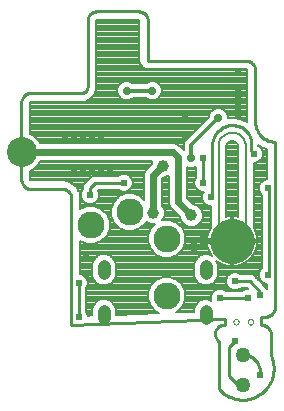
<source format=gbl>
G75*
G70*
%OFA0B0*%
%FSLAX24Y24*%
%IPPOS*%
%LPD*%
%AMOC8*
5,1,8,0,0,1.08239X$1,22.5*
%
%ADD10C,0.0050*%
%ADD11C,0.0100*%
%ADD12C,0.0000*%
%ADD13C,0.0004*%
%ADD14C,0.0433*%
%ADD15C,0.0900*%
%ADD16C,0.0500*%
%ADD17C,0.1000*%
%ADD18C,0.1400*%
%ADD19C,0.0080*%
%ADD20C,0.0240*%
%ADD21C,0.1500*%
%ADD22C,0.0200*%
%ADD23C,0.0390*%
%ADD24C,0.0240*%
%ADD25C,0.0280*%
%ADD26C,0.0140*%
D10*
X007158Y005886D02*
X007158Y008596D01*
X007160Y008637D01*
X007165Y008677D01*
X007174Y008717D01*
X007187Y008756D01*
X007203Y008793D01*
X007222Y008829D01*
X007245Y008863D01*
X007270Y008895D01*
X007299Y008925D01*
X007329Y008952D01*
X007362Y008976D01*
X007397Y008997D01*
X007434Y009014D01*
X007472Y009029D01*
X007512Y009040D01*
X007552Y009047D01*
X007593Y009051D01*
X007633Y009051D01*
X007674Y009047D01*
X007714Y009040D01*
X007754Y009029D01*
X007792Y009014D01*
X007829Y008997D01*
X007864Y008976D01*
X007897Y008952D01*
X007927Y008925D01*
X007956Y008895D01*
X007981Y008863D01*
X008004Y008829D01*
X008023Y008793D01*
X008039Y008756D01*
X008052Y008717D01*
X008061Y008677D01*
X008066Y008637D01*
X008068Y008596D01*
X008068Y005886D01*
X008066Y005845D01*
X008061Y005805D01*
X008052Y005765D01*
X008039Y005726D01*
X008023Y005689D01*
X008004Y005653D01*
X007981Y005619D01*
X007956Y005587D01*
X007927Y005557D01*
X007897Y005530D01*
X007864Y005506D01*
X007829Y005485D01*
X007792Y005468D01*
X007754Y005453D01*
X007714Y005442D01*
X007674Y005435D01*
X007633Y005431D01*
X007593Y005431D01*
X007552Y005435D01*
X007512Y005442D01*
X007472Y005453D01*
X007434Y005468D01*
X007397Y005485D01*
X007362Y005506D01*
X007329Y005530D01*
X007299Y005557D01*
X007270Y005587D01*
X007245Y005619D01*
X007222Y005653D01*
X007203Y005689D01*
X007187Y005726D01*
X007174Y005765D01*
X007165Y005805D01*
X007160Y005845D01*
X007158Y005886D01*
D11*
X007364Y002832D02*
X002254Y002646D01*
X002254Y006898D01*
X002248Y006931D01*
X002239Y006963D01*
X002226Y006994D01*
X002210Y007023D01*
X002192Y007050D01*
X002170Y007076D01*
X002146Y007099D01*
X002120Y007119D01*
X002092Y007137D01*
X002062Y007151D01*
X002031Y007162D01*
X001999Y007170D01*
X001966Y007175D01*
X001933Y007176D01*
X001900Y007174D01*
X001899Y007174D02*
X000904Y007174D01*
X000871Y007176D01*
X000839Y007181D01*
X000807Y007189D01*
X000776Y007201D01*
X000747Y007216D01*
X000719Y007234D01*
X000693Y007255D01*
X000670Y007278D01*
X000649Y007304D01*
X000631Y007331D01*
X000616Y007361D01*
X000604Y007392D01*
X000596Y007424D01*
X000591Y007456D01*
X000589Y007489D01*
X000589Y010062D01*
X000591Y010095D01*
X000596Y010127D01*
X000604Y010159D01*
X000616Y010190D01*
X000631Y010219D01*
X000649Y010247D01*
X000670Y010273D01*
X000693Y010296D01*
X000719Y010317D01*
X000747Y010335D01*
X000776Y010350D01*
X000807Y010362D01*
X000839Y010370D01*
X000871Y010375D01*
X000904Y010377D01*
X002595Y010377D01*
X002595Y010376D02*
X002621Y010378D01*
X002646Y010383D01*
X002670Y010391D01*
X002693Y010402D01*
X002715Y010417D01*
X002734Y010434D01*
X002751Y010453D01*
X002766Y010474D01*
X002777Y010498D01*
X002785Y010522D01*
X002790Y010547D01*
X002792Y010573D01*
X002792Y012782D01*
X002794Y012815D01*
X002799Y012847D01*
X002807Y012879D01*
X002819Y012910D01*
X002834Y012939D01*
X002852Y012967D01*
X002873Y012993D01*
X002896Y013016D01*
X002922Y013037D01*
X002950Y013055D01*
X002979Y013070D01*
X003010Y013082D01*
X003042Y013090D01*
X003074Y013095D01*
X003107Y013097D01*
X004489Y013097D01*
X004522Y013095D01*
X004554Y013090D01*
X004586Y013082D01*
X004617Y013070D01*
X004646Y013055D01*
X004674Y013037D01*
X004700Y013016D01*
X004723Y012993D01*
X004744Y012967D01*
X004762Y012939D01*
X004777Y012910D01*
X004789Y012879D01*
X004797Y012847D01*
X004802Y012815D01*
X004804Y012782D01*
X004804Y011456D01*
X008073Y011456D01*
X008073Y011455D02*
X008108Y011452D01*
X008142Y011444D01*
X008175Y011433D01*
X008207Y011419D01*
X008237Y011401D01*
X008265Y011380D01*
X008291Y011356D01*
X008315Y011330D01*
X008335Y011302D01*
X008352Y011271D01*
X008367Y011239D01*
X008377Y011206D01*
X008384Y011171D01*
X008388Y011136D01*
X008387Y011101D01*
X008388Y011101D02*
X008388Y009382D01*
X008250Y008646D02*
X008250Y008446D01*
X008350Y008346D01*
X009057Y008752D02*
X009057Y003294D01*
X009055Y003255D01*
X009049Y003217D01*
X009040Y003180D01*
X009027Y003143D01*
X009010Y003108D01*
X008991Y003075D01*
X008968Y003044D01*
X008942Y003015D01*
X008913Y002989D01*
X008882Y002966D01*
X008849Y002947D01*
X008814Y002930D01*
X008777Y002917D01*
X008740Y002908D01*
X008702Y002902D01*
X008663Y002900D01*
X008663Y002901D02*
X008585Y002901D01*
X008585Y002646D01*
X008618Y002644D01*
X008650Y002639D01*
X008682Y002631D01*
X008713Y002619D01*
X008742Y002604D01*
X008770Y002586D01*
X008796Y002565D01*
X008819Y002542D01*
X008840Y002516D01*
X008858Y002488D01*
X008873Y002459D01*
X008885Y002428D01*
X008893Y002396D01*
X008898Y002364D01*
X008900Y002331D01*
X008900Y001623D01*
X008533Y001100D02*
X008533Y000980D01*
X008533Y001100D02*
X008531Y001145D01*
X008526Y001190D01*
X008516Y001234D01*
X008503Y001277D01*
X008487Y001319D01*
X008467Y001360D01*
X008444Y001399D01*
X008418Y001435D01*
X008389Y001470D01*
X008357Y001502D01*
X008322Y001531D01*
X008286Y001557D01*
X008247Y001580D01*
X008206Y001600D01*
X008164Y001616D01*
X008121Y001629D01*
X008077Y001639D01*
X008032Y001644D01*
X007987Y001646D01*
X007700Y002096D02*
X007500Y001896D01*
X007500Y000946D01*
X007800Y000646D01*
X007987Y000646D01*
X007167Y000520D02*
X007209Y000473D01*
X007254Y000428D01*
X007302Y000387D01*
X007352Y000348D01*
X007405Y000312D01*
X007459Y000280D01*
X007516Y000251D01*
X007574Y000225D01*
X007633Y000203D01*
X007694Y000185D01*
X007756Y000170D01*
X007819Y000160D01*
X007882Y000153D01*
X007945Y000150D01*
X008009Y000151D01*
X008072Y000156D01*
X008135Y000165D01*
X008197Y000177D01*
X008258Y000194D01*
X008318Y000214D01*
X008377Y000237D01*
X008435Y000265D01*
X008490Y000295D01*
X008544Y000329D01*
X008595Y000367D01*
X008644Y000407D01*
X008690Y000450D01*
X008734Y000496D01*
X008775Y000545D01*
X008813Y000596D01*
X008847Y000649D01*
X008878Y000705D01*
X008906Y000762D01*
X008930Y000820D01*
X008951Y000880D01*
X008968Y000942D01*
X008981Y001004D01*
X008990Y001066D01*
X008995Y001130D01*
X008997Y001193D01*
X008995Y001257D01*
X008988Y001320D01*
X008978Y001382D01*
X008964Y001444D01*
X008947Y001505D01*
X008925Y001565D01*
X008900Y001623D01*
X008550Y003646D02*
X008550Y003746D01*
X008200Y004096D01*
X007700Y004096D01*
X008150Y003546D02*
X007200Y003546D01*
X007364Y002832D02*
X007364Y002646D01*
X007330Y002647D01*
X007296Y002644D01*
X007262Y002637D01*
X007229Y002626D01*
X007198Y002611D01*
X007169Y002593D01*
X007142Y002572D01*
X007117Y002548D01*
X007096Y002522D01*
X007077Y002493D01*
X007062Y002462D01*
X007050Y002430D01*
X007043Y002396D01*
X007039Y002362D01*
X007038Y002328D01*
X007042Y002293D01*
X007050Y002260D01*
X007061Y002228D01*
X007076Y002197D01*
X007095Y002168D01*
X007116Y002141D01*
X007141Y002117D01*
X007168Y002096D01*
X007167Y002095D02*
X007167Y000520D01*
X008800Y004296D02*
X008850Y004346D01*
X008850Y007146D01*
X008800Y007196D01*
X006950Y008596D02*
X006948Y008645D01*
X006950Y008693D01*
X006955Y008742D01*
X006964Y008790D01*
X006977Y008837D01*
X006993Y008883D01*
X007012Y008928D01*
X007035Y008971D01*
X007061Y009012D01*
X007089Y009052D01*
X007121Y009089D01*
X007156Y009123D01*
X007192Y009155D01*
X007232Y009184D01*
X007273Y009210D01*
X007316Y009233D01*
X007361Y009252D01*
X007407Y009269D01*
X007454Y009281D01*
X007502Y009291D01*
X007550Y009296D01*
X007700Y009296D01*
X007747Y009290D01*
X007793Y009281D01*
X007839Y009268D01*
X007883Y009251D01*
X007926Y009231D01*
X007967Y009208D01*
X008006Y009181D01*
X008043Y009152D01*
X008078Y009120D01*
X008110Y009085D01*
X008139Y009048D01*
X008165Y009008D01*
X008188Y008967D01*
X008207Y008924D01*
X008223Y008879D01*
X008236Y008834D01*
X008245Y008787D01*
X008250Y008740D01*
X008252Y008693D01*
X008250Y008646D01*
X008387Y009381D02*
X008391Y009333D01*
X008397Y009285D01*
X008408Y009237D01*
X008422Y009191D01*
X008439Y009145D01*
X008460Y009101D01*
X008484Y009059D01*
X008511Y009019D01*
X008541Y008981D01*
X008574Y008945D01*
X008610Y008911D01*
X008647Y008881D01*
X008687Y008853D01*
X008729Y008828D01*
X008773Y008807D01*
X008818Y008789D01*
X008864Y008774D01*
X008912Y008763D01*
X008960Y008756D01*
X009008Y008752D01*
X009057Y008751D01*
X006950Y008596D02*
X006950Y006946D01*
X006900Y006896D01*
X006650Y007381D02*
X006650Y008221D01*
X004000Y007381D02*
X003035Y007381D01*
X002875Y007221D01*
X002875Y006971D01*
X002500Y004046D02*
X002500Y002896D01*
D12*
X007650Y002746D02*
X007652Y002765D01*
X007658Y002783D01*
X007667Y002799D01*
X007680Y002813D01*
X007695Y002824D01*
X007712Y002832D01*
X007731Y002836D01*
X007749Y002836D01*
X007768Y002832D01*
X007785Y002824D01*
X007800Y002813D01*
X007813Y002799D01*
X007822Y002783D01*
X007828Y002765D01*
X007830Y002746D01*
X007828Y002727D01*
X007822Y002709D01*
X007813Y002693D01*
X007800Y002679D01*
X007785Y002668D01*
X007768Y002660D01*
X007749Y002656D01*
X007731Y002656D01*
X007712Y002660D01*
X007695Y002668D01*
X007680Y002679D01*
X007667Y002693D01*
X007658Y002709D01*
X007652Y002727D01*
X007650Y002746D01*
X008130Y002746D02*
X008132Y002765D01*
X008138Y002783D01*
X008147Y002799D01*
X008160Y002813D01*
X008175Y002824D01*
X008192Y002832D01*
X008211Y002836D01*
X008229Y002836D01*
X008248Y002832D01*
X008265Y002824D01*
X008280Y002813D01*
X008293Y002799D01*
X008302Y002783D01*
X008308Y002765D01*
X008310Y002746D01*
X008308Y002727D01*
X008302Y002709D01*
X008293Y002693D01*
X008280Y002679D01*
X008265Y002668D01*
X008248Y002660D01*
X008229Y002656D01*
X008211Y002656D01*
X008192Y002660D01*
X008175Y002668D01*
X008160Y002679D01*
X008147Y002693D01*
X008138Y002709D01*
X008132Y002727D01*
X008130Y002746D01*
D13*
X006855Y002860D02*
X006855Y003104D01*
X006853Y003124D01*
X006848Y003144D01*
X006839Y003163D01*
X006827Y003180D01*
X006813Y003194D01*
X006796Y003206D01*
X006777Y003215D01*
X006757Y003220D01*
X006737Y003222D01*
X006717Y003220D01*
X006697Y003215D01*
X006678Y003206D01*
X006661Y003194D01*
X006647Y003180D01*
X006635Y003163D01*
X006626Y003144D01*
X006621Y003124D01*
X006619Y003104D01*
X006619Y002860D01*
X006621Y002840D01*
X006626Y002820D01*
X006635Y002801D01*
X006647Y002784D01*
X006661Y002770D01*
X006678Y002758D01*
X006697Y002749D01*
X006717Y002744D01*
X006737Y002742D01*
X006757Y002744D01*
X006777Y002749D01*
X006796Y002758D01*
X006813Y002770D01*
X006827Y002784D01*
X006839Y002801D01*
X006848Y002820D01*
X006853Y002840D01*
X006855Y002860D01*
X006855Y004356D02*
X006855Y004600D01*
X006853Y004620D01*
X006848Y004640D01*
X006839Y004659D01*
X006827Y004676D01*
X006813Y004690D01*
X006796Y004702D01*
X006777Y004711D01*
X006757Y004716D01*
X006737Y004718D01*
X006717Y004716D01*
X006697Y004711D01*
X006678Y004702D01*
X006661Y004690D01*
X006647Y004676D01*
X006635Y004659D01*
X006626Y004640D01*
X006621Y004620D01*
X006619Y004600D01*
X006619Y004356D01*
X006621Y004336D01*
X006626Y004316D01*
X006635Y004297D01*
X006647Y004280D01*
X006661Y004266D01*
X006678Y004254D01*
X006697Y004245D01*
X006717Y004240D01*
X006737Y004238D01*
X006757Y004240D01*
X006777Y004245D01*
X006796Y004254D01*
X006813Y004266D01*
X006827Y004280D01*
X006839Y004297D01*
X006848Y004316D01*
X006853Y004336D01*
X006855Y004356D01*
X003454Y004356D02*
X003454Y004600D01*
X003452Y004620D01*
X003447Y004640D01*
X003438Y004659D01*
X003426Y004676D01*
X003412Y004690D01*
X003395Y004702D01*
X003376Y004711D01*
X003356Y004716D01*
X003336Y004718D01*
X003316Y004716D01*
X003296Y004711D01*
X003277Y004702D01*
X003260Y004690D01*
X003246Y004676D01*
X003234Y004659D01*
X003225Y004640D01*
X003220Y004620D01*
X003218Y004600D01*
X003218Y004356D01*
X003220Y004336D01*
X003225Y004316D01*
X003234Y004297D01*
X003246Y004280D01*
X003260Y004266D01*
X003277Y004254D01*
X003296Y004245D01*
X003316Y004240D01*
X003336Y004238D01*
X003356Y004240D01*
X003376Y004245D01*
X003395Y004254D01*
X003412Y004266D01*
X003426Y004280D01*
X003438Y004297D01*
X003447Y004316D01*
X003452Y004336D01*
X003454Y004356D01*
X003454Y003104D02*
X003454Y002860D01*
X003452Y002840D01*
X003447Y002820D01*
X003438Y002801D01*
X003426Y002784D01*
X003412Y002770D01*
X003395Y002758D01*
X003376Y002749D01*
X003356Y002744D01*
X003336Y002742D01*
X003316Y002744D01*
X003296Y002749D01*
X003277Y002758D01*
X003260Y002770D01*
X003246Y002784D01*
X003234Y002801D01*
X003225Y002820D01*
X003220Y002840D01*
X003218Y002860D01*
X003218Y003104D01*
X003220Y003124D01*
X003225Y003144D01*
X003234Y003163D01*
X003246Y003180D01*
X003260Y003194D01*
X003277Y003206D01*
X003296Y003215D01*
X003316Y003220D01*
X003336Y003222D01*
X003356Y003220D01*
X003376Y003215D01*
X003395Y003206D01*
X003412Y003194D01*
X003426Y003180D01*
X003438Y003163D01*
X003447Y003144D01*
X003452Y003124D01*
X003454Y003104D01*
D14*
X003336Y002862D02*
X003336Y002862D01*
X003336Y003098D01*
X003336Y003098D01*
X003336Y002862D01*
X003336Y004358D02*
X003336Y004358D01*
X003336Y004594D01*
X003336Y004594D01*
X003336Y004358D01*
X006737Y004358D02*
X006737Y004358D01*
X006737Y004594D01*
X006737Y004594D01*
X006737Y004358D01*
X006737Y002862D02*
X006737Y002862D01*
X006737Y003098D01*
X006737Y003098D01*
X006737Y002862D01*
D15*
X005427Y003616D03*
X005427Y005516D03*
X004197Y006396D03*
X002897Y005976D03*
D16*
X007987Y001646D03*
X007987Y000646D03*
D17*
X000600Y008396D03*
D18*
X007615Y005436D03*
D19*
X007650Y005700D02*
X007576Y005700D01*
X007575Y005700D01*
X007575Y006276D01*
X007560Y006276D01*
X007451Y006262D01*
X007423Y006255D01*
X007423Y008596D01*
X007427Y008633D01*
X007455Y008702D01*
X007508Y008754D01*
X007576Y008783D01*
X007650Y008783D01*
X007719Y008754D01*
X007771Y008702D01*
X007800Y008633D01*
X007803Y008596D01*
X007803Y006255D01*
X007779Y006262D01*
X007670Y006276D01*
X007655Y006276D01*
X007655Y005702D01*
X007650Y005700D01*
X007655Y005708D02*
X007575Y005708D01*
X007575Y005786D02*
X007655Y005786D01*
X007655Y005865D02*
X007575Y005865D01*
X007575Y005943D02*
X007655Y005943D01*
X007655Y006022D02*
X007575Y006022D01*
X007575Y006100D02*
X007655Y006100D01*
X007655Y006179D02*
X007575Y006179D01*
X007575Y006257D02*
X007655Y006257D01*
X007796Y006257D02*
X007803Y006257D01*
X007803Y006336D02*
X007423Y006336D01*
X007423Y006414D02*
X007803Y006414D01*
X007803Y006493D02*
X007423Y006493D01*
X007423Y006571D02*
X007803Y006571D01*
X007803Y006650D02*
X007423Y006650D01*
X007423Y006728D02*
X007803Y006728D01*
X007803Y006807D02*
X007423Y006807D01*
X007423Y006885D02*
X007803Y006885D01*
X007803Y006964D02*
X007423Y006964D01*
X007423Y007042D02*
X007803Y007042D01*
X007803Y007121D02*
X007423Y007121D01*
X007423Y007199D02*
X007803Y007199D01*
X007803Y007278D02*
X007423Y007278D01*
X007423Y007356D02*
X007803Y007356D01*
X007803Y007435D02*
X007423Y007435D01*
X007423Y007513D02*
X007803Y007513D01*
X007803Y007592D02*
X007423Y007592D01*
X007423Y007670D02*
X007803Y007670D01*
X007803Y007749D02*
X007423Y007749D01*
X007423Y007827D02*
X007803Y007827D01*
X007803Y007906D02*
X007423Y007906D01*
X007423Y007984D02*
X007803Y007984D01*
X007803Y008063D02*
X007423Y008063D01*
X007423Y008141D02*
X007803Y008141D01*
X007803Y008220D02*
X007423Y008220D01*
X007423Y008298D02*
X007803Y008298D01*
X007803Y008377D02*
X007423Y008377D01*
X007423Y008455D02*
X007803Y008455D01*
X007803Y008534D02*
X007423Y008534D01*
X007425Y008612D02*
X007802Y008612D01*
X007776Y008691D02*
X007451Y008691D01*
X007544Y008769D02*
X007683Y008769D01*
X008097Y009402D02*
X007884Y009512D01*
X007803Y009518D01*
X007795Y009526D01*
X007710Y009526D01*
X007624Y009533D01*
X007623Y009533D01*
X007541Y009526D01*
X007470Y009526D01*
X007470Y009610D01*
X007421Y009728D01*
X007331Y009818D01*
X007214Y009866D01*
X007086Y009866D01*
X006969Y009818D01*
X006879Y009728D01*
X006830Y009610D01*
X006830Y009580D01*
X006038Y008788D01*
X006000Y008696D01*
X006000Y008471D01*
X005970Y008501D01*
X005820Y008651D01*
X005710Y008696D01*
X005590Y008696D01*
X001212Y008696D01*
X001176Y008781D01*
X000985Y008973D01*
X000879Y009017D01*
X000879Y010062D01*
X000880Y010067D01*
X000884Y010075D01*
X000890Y010082D01*
X000899Y010086D01*
X000904Y010087D01*
X002692Y010087D01*
X002871Y010161D01*
X003007Y010298D01*
X003082Y010477D01*
X003082Y012782D01*
X003082Y012787D01*
X003086Y012796D01*
X003093Y012803D01*
X003102Y012807D01*
X003107Y012807D01*
X004489Y012807D01*
X004494Y012807D01*
X004503Y012803D01*
X004510Y012796D01*
X004513Y012787D01*
X004514Y012783D01*
X004514Y011398D01*
X004558Y011291D01*
X004640Y011210D01*
X004746Y011166D01*
X008059Y011166D01*
X008065Y011165D01*
X008080Y011157D01*
X008092Y011144D01*
X008098Y011128D01*
X008098Y011110D01*
X008095Y011061D01*
X008098Y011053D01*
X008098Y009435D01*
X008096Y009431D01*
X008097Y009402D01*
X008098Y009476D02*
X007954Y009476D01*
X007884Y009512D02*
X007884Y009512D01*
X008098Y009554D02*
X007470Y009554D01*
X007461Y009633D02*
X008098Y009633D01*
X008098Y009711D02*
X007428Y009711D01*
X007359Y009790D02*
X008098Y009790D01*
X008098Y009868D02*
X000879Y009868D01*
X000879Y009790D02*
X006941Y009790D01*
X006872Y009711D02*
X000879Y009711D01*
X000879Y009633D02*
X006839Y009633D01*
X006804Y009554D02*
X000879Y009554D01*
X000879Y009476D02*
X006726Y009476D01*
X006647Y009397D02*
X000879Y009397D01*
X000879Y009319D02*
X006569Y009319D01*
X006490Y009240D02*
X000879Y009240D01*
X000879Y009162D02*
X006412Y009162D01*
X006333Y009083D02*
X000879Y009083D01*
X000908Y009005D02*
X006255Y009005D01*
X006176Y008926D02*
X001032Y008926D01*
X001110Y008848D02*
X006098Y008848D01*
X006030Y008769D02*
X001182Y008769D01*
X001212Y008096D02*
X004956Y008096D01*
X004925Y008021D01*
X004925Y007996D01*
X004730Y007800D01*
X004684Y007690D01*
X004684Y006801D01*
X004554Y006930D01*
X004323Y007026D01*
X004072Y007026D01*
X003841Y006930D01*
X003663Y006753D01*
X003567Y006522D01*
X003567Y006271D01*
X003663Y006039D01*
X003841Y005862D01*
X004072Y005766D01*
X004323Y005766D01*
X004554Y005862D01*
X004731Y006039D01*
X004750Y006084D01*
X004771Y006062D01*
X004909Y006005D01*
X005025Y006005D01*
X004893Y005873D01*
X004797Y005642D01*
X004797Y005391D01*
X004893Y005159D01*
X005071Y004982D01*
X005302Y004886D01*
X005553Y004886D01*
X005784Y004982D01*
X005961Y005159D01*
X006057Y005391D01*
X006057Y005642D01*
X005961Y005873D01*
X005784Y006050D01*
X005553Y006146D01*
X005302Y006146D01*
X005265Y006131D01*
X005302Y006168D01*
X005359Y006306D01*
X005359Y006455D01*
X005302Y006593D01*
X005284Y006610D01*
X005284Y007506D01*
X005349Y007571D01*
X005375Y007571D01*
X005500Y007623D01*
X005500Y006687D01*
X005546Y006576D01*
X005875Y006247D01*
X005875Y006222D01*
X005932Y006084D01*
X006038Y005978D01*
X006175Y005921D01*
X006325Y005921D01*
X006462Y005978D01*
X006568Y006084D01*
X006625Y006222D01*
X006625Y006371D01*
X006568Y006509D01*
X006462Y006614D01*
X006325Y006671D01*
X006299Y006671D01*
X006100Y006871D01*
X006100Y007912D01*
X006186Y007876D01*
X006314Y007876D01*
X006420Y007920D01*
X006420Y007576D01*
X006396Y007551D01*
X006350Y007441D01*
X006350Y007322D01*
X006396Y007211D01*
X006480Y007127D01*
X006590Y007081D01*
X006661Y007081D01*
X006646Y007066D01*
X006600Y006956D01*
X006600Y006837D01*
X006646Y006726D01*
X006730Y006642D01*
X006840Y006596D01*
X006893Y006596D01*
X006893Y005866D01*
X006860Y005809D01*
X006818Y005707D01*
X006789Y005601D01*
X006775Y005491D01*
X006775Y005476D01*
X007005Y005476D01*
X007085Y005396D01*
X006775Y005396D01*
X006775Y005381D01*
X006789Y005272D01*
X006818Y005166D01*
X006860Y005064D01*
X006915Y004969D01*
X006936Y004941D01*
X006816Y004991D01*
X006658Y004991D01*
X006513Y004930D01*
X006401Y004819D01*
X006341Y004673D01*
X006341Y004279D01*
X006401Y004133D01*
X006513Y004022D01*
X006658Y003962D01*
X006816Y003962D01*
X006962Y004022D01*
X007073Y004133D01*
X007134Y004279D01*
X007134Y004673D01*
X007089Y004781D01*
X007147Y004736D01*
X007243Y004681D01*
X007344Y004639D01*
X007451Y004611D01*
X007560Y004596D01*
X007575Y004596D01*
X007575Y005166D01*
X007655Y005166D01*
X007655Y004596D01*
X007670Y004596D01*
X007779Y004611D01*
X007886Y004639D01*
X007987Y004681D01*
X008083Y004736D01*
X008170Y004803D01*
X008248Y004881D01*
X008315Y004969D01*
X008370Y005064D01*
X008412Y005166D01*
X008441Y005272D01*
X008455Y005381D01*
X008455Y005396D01*
X008142Y005396D01*
X008222Y005476D01*
X008455Y005476D01*
X008455Y005491D01*
X008441Y005601D01*
X008412Y005707D01*
X008370Y005809D01*
X008333Y005872D01*
X008333Y008046D01*
X008410Y008046D01*
X008520Y008092D01*
X008604Y008176D01*
X008650Y008287D01*
X008650Y008406D01*
X008604Y008516D01*
X008520Y008601D01*
X008480Y008617D01*
X008480Y008637D01*
X008481Y008643D01*
X008631Y008541D01*
X008631Y008541D01*
X008767Y008501D01*
X008767Y007496D01*
X008740Y007496D01*
X008630Y007451D01*
X008546Y007366D01*
X008500Y007256D01*
X008500Y007137D01*
X008546Y007026D01*
X008620Y006952D01*
X008620Y004541D01*
X008546Y004466D01*
X008500Y004356D01*
X008500Y004237D01*
X008546Y004126D01*
X008630Y004042D01*
X008740Y003996D01*
X008767Y003996D01*
X008767Y003854D01*
X008430Y004192D01*
X008295Y004326D01*
X007894Y004326D01*
X007870Y004351D01*
X007760Y004396D01*
X007640Y004396D01*
X007530Y004351D01*
X007446Y004266D01*
X007400Y004156D01*
X007400Y004037D01*
X007446Y003926D01*
X007530Y003842D01*
X007640Y003796D01*
X007760Y003796D01*
X007870Y003842D01*
X007894Y003866D01*
X008105Y003866D01*
X008125Y003846D01*
X008090Y003846D01*
X007980Y003801D01*
X007956Y003776D01*
X007394Y003776D01*
X007370Y003801D01*
X007260Y003846D01*
X007140Y003846D01*
X007030Y003801D01*
X006946Y003716D01*
X006900Y003606D01*
X006900Y003487D01*
X006913Y003455D01*
X006816Y003495D01*
X006658Y003495D01*
X006513Y003434D01*
X006401Y003323D01*
X006341Y003177D01*
X006341Y003085D01*
X005739Y003063D01*
X005784Y003082D01*
X005961Y003259D01*
X006057Y003491D01*
X006057Y003742D01*
X005961Y003973D01*
X005784Y004150D01*
X005553Y004246D01*
X005302Y004246D01*
X005071Y004150D01*
X004893Y003973D01*
X004797Y003742D01*
X004797Y003491D01*
X004893Y003259D01*
X005071Y003082D01*
X005166Y003043D01*
X003732Y002990D01*
X003732Y003177D01*
X003672Y003323D01*
X003560Y003434D01*
X003415Y003495D01*
X003257Y003495D01*
X003111Y003434D01*
X003000Y003323D01*
X002939Y003177D01*
X002939Y002961D01*
X002800Y002956D01*
X002754Y003066D01*
X002730Y003091D01*
X002730Y003852D01*
X002754Y003876D01*
X002800Y003987D01*
X002800Y004106D01*
X002754Y004216D01*
X002965Y004216D01*
X002939Y004279D02*
X003000Y004133D01*
X003111Y004022D01*
X003257Y003962D01*
X003415Y003962D01*
X003560Y004022D01*
X003672Y004133D01*
X003732Y004279D01*
X003732Y004673D01*
X003672Y004819D01*
X003560Y004930D01*
X003415Y004991D01*
X003257Y004991D01*
X003111Y004930D01*
X003000Y004819D01*
X002939Y004673D01*
X002939Y004279D01*
X002939Y004295D02*
X002676Y004295D01*
X002670Y004301D02*
X002560Y004346D01*
X002544Y004346D01*
X002544Y005441D01*
X002772Y005346D01*
X003023Y005346D01*
X003254Y005442D01*
X003431Y005619D01*
X003527Y005851D01*
X003527Y006102D01*
X003431Y006333D01*
X003254Y006510D01*
X003023Y006606D01*
X002772Y006606D01*
X002544Y006512D01*
X002544Y006859D01*
X002548Y006877D01*
X002544Y006916D01*
X002544Y006956D01*
X002536Y006973D01*
X002526Y007054D01*
X002526Y007054D01*
X002407Y007264D01*
X002407Y007264D01*
X002407Y007264D01*
X002216Y007413D01*
X001983Y007477D01*
X001881Y007464D01*
X000904Y007464D01*
X000899Y007464D01*
X000890Y007468D01*
X000884Y007475D01*
X000880Y007484D01*
X000879Y007489D01*
X000879Y007776D01*
X000985Y007820D01*
X001176Y008011D01*
X001212Y008096D01*
X001198Y008063D02*
X004942Y008063D01*
X004914Y007984D02*
X001150Y007984D01*
X001071Y007906D02*
X004835Y007906D01*
X004757Y007827D02*
X000993Y007827D01*
X000879Y007749D02*
X004708Y007749D01*
X004684Y007670D02*
X004086Y007670D01*
X004060Y007681D02*
X004170Y007636D01*
X004254Y007551D01*
X004300Y007441D01*
X004300Y007322D01*
X004254Y007211D01*
X004170Y007127D01*
X004060Y007081D01*
X003940Y007081D01*
X003830Y007127D01*
X003806Y007151D01*
X003130Y007151D01*
X003125Y007146D01*
X003129Y007141D01*
X003175Y007031D01*
X003175Y006912D01*
X003129Y006801D01*
X003045Y006717D01*
X002935Y006671D01*
X002815Y006671D01*
X002705Y006717D01*
X002621Y006801D01*
X002575Y006912D01*
X002575Y007031D01*
X002621Y007141D01*
X002645Y007166D01*
X002645Y007317D01*
X002780Y007451D01*
X002940Y007611D01*
X003806Y007611D01*
X003830Y007636D01*
X003940Y007681D01*
X004060Y007681D01*
X003914Y007670D02*
X000879Y007670D01*
X000879Y007592D02*
X002920Y007592D01*
X002842Y007513D02*
X000879Y007513D01*
X000890Y007468D02*
X000890Y007468D01*
X001983Y007477D02*
X001983Y007477D01*
X002135Y007435D02*
X002763Y007435D01*
X002685Y007356D02*
X002288Y007356D01*
X002216Y007413D02*
X002216Y007413D01*
X002389Y007278D02*
X002645Y007278D01*
X002645Y007199D02*
X002444Y007199D01*
X002488Y007121D02*
X002612Y007121D01*
X002580Y007042D02*
X002528Y007042D01*
X002540Y006964D02*
X002575Y006964D01*
X002586Y006885D02*
X002547Y006885D01*
X002544Y006807D02*
X002618Y006807D01*
X002544Y006728D02*
X002694Y006728D01*
X002688Y006571D02*
X002544Y006571D01*
X002544Y006650D02*
X003621Y006650D01*
X003653Y006728D02*
X003056Y006728D01*
X003132Y006807D02*
X003717Y006807D01*
X003795Y006885D02*
X003164Y006885D01*
X003175Y006964D02*
X003921Y006964D01*
X003845Y007121D02*
X003138Y007121D01*
X003170Y007042D02*
X004684Y007042D01*
X004684Y006964D02*
X004474Y006964D01*
X004599Y006885D02*
X004684Y006885D01*
X004678Y006807D02*
X004684Y006807D01*
X004684Y007121D02*
X004155Y007121D01*
X004242Y007199D02*
X004684Y007199D01*
X004684Y007278D02*
X004282Y007278D01*
X004300Y007356D02*
X004684Y007356D01*
X004684Y007435D02*
X004300Y007435D01*
X004270Y007513D02*
X004684Y007513D01*
X004684Y007592D02*
X004214Y007592D01*
X003588Y006571D02*
X003107Y006571D01*
X003272Y006493D02*
X003567Y006493D01*
X003567Y006414D02*
X003350Y006414D01*
X003429Y006336D02*
X003567Y006336D01*
X003573Y006257D02*
X003463Y006257D01*
X003495Y006179D02*
X003606Y006179D01*
X003638Y006100D02*
X003527Y006100D01*
X003527Y006022D02*
X003681Y006022D01*
X003759Y005943D02*
X003527Y005943D01*
X003527Y005865D02*
X003838Y005865D01*
X004024Y005786D02*
X003501Y005786D01*
X003468Y005708D02*
X004825Y005708D01*
X004797Y005629D02*
X003436Y005629D01*
X003363Y005551D02*
X004797Y005551D01*
X004797Y005472D02*
X003284Y005472D01*
X003137Y005394D02*
X004797Y005394D01*
X004829Y005315D02*
X002544Y005315D01*
X002544Y005237D02*
X004861Y005237D01*
X004894Y005158D02*
X002544Y005158D01*
X002544Y005080D02*
X004973Y005080D01*
X005051Y005001D02*
X002544Y005001D01*
X002544Y004923D02*
X003103Y004923D01*
X003025Y004844D02*
X002544Y004844D01*
X002544Y004766D02*
X002978Y004766D01*
X002945Y004687D02*
X002544Y004687D01*
X002544Y004609D02*
X002939Y004609D01*
X002939Y004530D02*
X002544Y004530D01*
X002544Y004452D02*
X002939Y004452D01*
X002939Y004373D02*
X002544Y004373D01*
X002670Y004301D02*
X002754Y004216D01*
X002787Y004138D02*
X002998Y004138D01*
X003074Y004059D02*
X002800Y004059D01*
X002798Y003981D02*
X003210Y003981D01*
X003461Y003981D02*
X004901Y003981D01*
X004864Y003902D02*
X002765Y003902D01*
X002730Y003824D02*
X004831Y003824D01*
X004799Y003745D02*
X002730Y003745D01*
X002730Y003667D02*
X004797Y003667D01*
X004797Y003588D02*
X002730Y003588D01*
X002730Y003510D02*
X004797Y003510D01*
X004822Y003431D02*
X003563Y003431D01*
X003642Y003353D02*
X004855Y003353D01*
X004887Y003274D02*
X003692Y003274D01*
X003725Y003196D02*
X004957Y003196D01*
X005035Y003117D02*
X003732Y003117D01*
X003732Y003039D02*
X005061Y003039D01*
X004979Y004059D02*
X003598Y004059D01*
X003674Y004138D02*
X005058Y004138D01*
X005230Y004216D02*
X003706Y004216D01*
X003732Y004295D02*
X006341Y004295D01*
X006341Y004373D02*
X003732Y004373D01*
X003732Y004452D02*
X006341Y004452D01*
X006341Y004530D02*
X003732Y004530D01*
X003732Y004609D02*
X006341Y004609D01*
X006347Y004687D02*
X003726Y004687D01*
X003694Y004766D02*
X006379Y004766D01*
X006427Y004844D02*
X003647Y004844D01*
X003568Y004923D02*
X005214Y004923D01*
X005641Y004923D02*
X006505Y004923D01*
X006821Y005158D02*
X005960Y005158D01*
X005994Y005237D02*
X006799Y005237D01*
X006784Y005315D02*
X006026Y005315D01*
X006057Y005394D02*
X006775Y005394D01*
X006783Y005551D02*
X006057Y005551D01*
X006057Y005629D02*
X006797Y005629D01*
X006818Y005708D02*
X006030Y005708D01*
X005997Y005786D02*
X006851Y005786D01*
X006892Y005865D02*
X005965Y005865D01*
X005891Y005943D02*
X006122Y005943D01*
X005994Y006022D02*
X005813Y006022D01*
X005925Y006100D02*
X005664Y006100D01*
X005786Y006336D02*
X005359Y006336D01*
X005359Y006414D02*
X005708Y006414D01*
X005629Y006493D02*
X005343Y006493D01*
X005311Y006571D02*
X005551Y006571D01*
X005515Y006650D02*
X005284Y006650D01*
X005284Y006728D02*
X005500Y006728D01*
X005500Y006807D02*
X005284Y006807D01*
X005284Y006885D02*
X005500Y006885D01*
X005500Y006964D02*
X005284Y006964D01*
X005284Y007042D02*
X005500Y007042D01*
X005500Y007121D02*
X005284Y007121D01*
X005284Y007199D02*
X005500Y007199D01*
X005500Y007278D02*
X005284Y007278D01*
X005284Y007356D02*
X005500Y007356D01*
X005500Y007435D02*
X005284Y007435D01*
X005291Y007513D02*
X005500Y007513D01*
X005500Y007592D02*
X005424Y007592D01*
X006100Y007592D02*
X006420Y007592D01*
X006420Y007670D02*
X006100Y007670D01*
X006100Y007749D02*
X006420Y007749D01*
X006420Y007827D02*
X006100Y007827D01*
X006100Y007906D02*
X006115Y007906D01*
X006385Y007906D02*
X006420Y007906D01*
X006380Y007513D02*
X006100Y007513D01*
X006100Y007435D02*
X006350Y007435D01*
X006350Y007356D02*
X006100Y007356D01*
X006100Y007278D02*
X006368Y007278D01*
X006408Y007199D02*
X006100Y007199D01*
X006100Y007121D02*
X006495Y007121D01*
X006636Y007042D02*
X006100Y007042D01*
X006100Y006964D02*
X006603Y006964D01*
X006600Y006885D02*
X006100Y006885D01*
X006164Y006807D02*
X006612Y006807D01*
X006645Y006728D02*
X006242Y006728D01*
X006376Y006650D02*
X006722Y006650D01*
X006893Y006571D02*
X006505Y006571D01*
X006574Y006493D02*
X006893Y006493D01*
X006893Y006414D02*
X006607Y006414D01*
X006625Y006336D02*
X006893Y006336D01*
X006893Y006257D02*
X006625Y006257D01*
X006607Y006179D02*
X006893Y006179D01*
X006893Y006100D02*
X006575Y006100D01*
X006506Y006022D02*
X006893Y006022D01*
X006893Y005943D02*
X006378Y005943D01*
X006057Y005472D02*
X007009Y005472D01*
X006853Y005080D02*
X005882Y005080D01*
X005803Y005001D02*
X006896Y005001D01*
X007096Y004766D02*
X007109Y004766D01*
X007128Y004687D02*
X007232Y004687D01*
X007134Y004609D02*
X007465Y004609D01*
X007575Y004609D02*
X007655Y004609D01*
X007655Y004687D02*
X007575Y004687D01*
X007575Y004766D02*
X007655Y004766D01*
X007655Y004844D02*
X007575Y004844D01*
X007575Y004923D02*
X007655Y004923D01*
X007655Y005001D02*
X007575Y005001D01*
X007575Y005080D02*
X007655Y005080D01*
X007655Y005158D02*
X007575Y005158D01*
X007765Y004609D02*
X008620Y004609D01*
X008620Y004687D02*
X007998Y004687D01*
X008121Y004766D02*
X008620Y004766D01*
X008620Y004844D02*
X008211Y004844D01*
X008280Y004923D02*
X008620Y004923D01*
X008620Y005001D02*
X008334Y005001D01*
X008377Y005080D02*
X008620Y005080D01*
X008620Y005158D02*
X008409Y005158D01*
X008431Y005237D02*
X008620Y005237D01*
X008620Y005315D02*
X008446Y005315D01*
X008455Y005394D02*
X008620Y005394D01*
X008620Y005472D02*
X008218Y005472D01*
X008433Y005629D02*
X008620Y005629D01*
X008620Y005551D02*
X008447Y005551D01*
X008412Y005708D02*
X008620Y005708D01*
X008620Y005786D02*
X008379Y005786D01*
X008338Y005865D02*
X008620Y005865D01*
X008620Y005943D02*
X008333Y005943D01*
X008333Y006022D02*
X008620Y006022D01*
X008620Y006100D02*
X008333Y006100D01*
X008333Y006179D02*
X008620Y006179D01*
X008620Y006257D02*
X008333Y006257D01*
X008333Y006336D02*
X008620Y006336D01*
X008620Y006414D02*
X008333Y006414D01*
X008333Y006493D02*
X008620Y006493D01*
X008620Y006571D02*
X008333Y006571D01*
X008333Y006650D02*
X008620Y006650D01*
X008620Y006728D02*
X008333Y006728D01*
X008333Y006807D02*
X008620Y006807D01*
X008620Y006885D02*
X008333Y006885D01*
X008333Y006964D02*
X008608Y006964D01*
X008539Y007042D02*
X008333Y007042D01*
X008333Y007121D02*
X008507Y007121D01*
X008500Y007199D02*
X008333Y007199D01*
X008333Y007278D02*
X008509Y007278D01*
X008542Y007356D02*
X008333Y007356D01*
X008333Y007435D02*
X008614Y007435D01*
X008767Y007513D02*
X008333Y007513D01*
X008333Y007592D02*
X008767Y007592D01*
X008767Y007670D02*
X008333Y007670D01*
X008333Y007749D02*
X008767Y007749D01*
X008767Y007827D02*
X008333Y007827D01*
X008333Y007906D02*
X008767Y007906D01*
X008767Y007984D02*
X008333Y007984D01*
X008450Y008063D02*
X008767Y008063D01*
X008767Y008141D02*
X008569Y008141D01*
X008622Y008220D02*
X008767Y008220D01*
X008767Y008298D02*
X008650Y008298D01*
X008650Y008377D02*
X008767Y008377D01*
X008767Y008455D02*
X008630Y008455D01*
X008655Y008534D02*
X008587Y008534D01*
X008526Y008612D02*
X008492Y008612D01*
X008098Y009947D02*
X000879Y009947D01*
X000879Y010025D02*
X008098Y010025D01*
X008098Y010104D02*
X002733Y010104D01*
X002871Y010161D02*
X002871Y010161D01*
X002892Y010182D02*
X003911Y010182D01*
X003919Y010175D02*
X004036Y010126D01*
X004164Y010126D01*
X004281Y010175D01*
X004303Y010196D01*
X004747Y010196D01*
X004769Y010175D01*
X004886Y010126D01*
X005014Y010126D01*
X005131Y010175D01*
X005221Y010265D01*
X005270Y010383D01*
X005270Y010510D01*
X005221Y010628D01*
X005131Y010718D01*
X005014Y010766D01*
X004886Y010766D01*
X004769Y010718D01*
X004747Y010696D01*
X004303Y010696D01*
X004281Y010718D01*
X004164Y010766D01*
X004036Y010766D01*
X003919Y010718D01*
X003829Y010628D01*
X003780Y010510D01*
X003780Y010383D01*
X003829Y010265D01*
X003919Y010175D01*
X003833Y010261D02*
X002971Y010261D01*
X003007Y010298D02*
X003007Y010298D01*
X003025Y010339D02*
X003798Y010339D01*
X003780Y010418D02*
X003057Y010418D01*
X003082Y010496D02*
X003780Y010496D01*
X003807Y010575D02*
X003082Y010575D01*
X003082Y010653D02*
X003854Y010653D01*
X003953Y010732D02*
X003082Y010732D01*
X003082Y010810D02*
X008098Y010810D01*
X008098Y010732D02*
X005097Y010732D01*
X005196Y010653D02*
X008098Y010653D01*
X008098Y010575D02*
X005243Y010575D01*
X005270Y010496D02*
X008098Y010496D01*
X008098Y010418D02*
X005270Y010418D01*
X005252Y010339D02*
X008098Y010339D01*
X008098Y010261D02*
X005217Y010261D01*
X005139Y010182D02*
X008098Y010182D01*
X008098Y010889D02*
X003082Y010889D01*
X003082Y010967D02*
X008098Y010967D01*
X008098Y011046D02*
X003082Y011046D01*
X003082Y011124D02*
X008098Y011124D01*
X006000Y008691D02*
X005723Y008691D01*
X005858Y008612D02*
X006000Y008612D01*
X006000Y008534D02*
X005937Y008534D01*
X004761Y010182D02*
X004289Y010182D01*
X004247Y010732D02*
X004803Y010732D01*
X004657Y011203D02*
X003082Y011203D01*
X003082Y011281D02*
X004568Y011281D01*
X004530Y011360D02*
X003082Y011360D01*
X003082Y011438D02*
X004514Y011438D01*
X004514Y011517D02*
X003082Y011517D01*
X003082Y011595D02*
X004514Y011595D01*
X004514Y011674D02*
X003082Y011674D01*
X003082Y011752D02*
X004514Y011752D01*
X004514Y011831D02*
X003082Y011831D01*
X003082Y011909D02*
X004514Y011909D01*
X004514Y011988D02*
X003082Y011988D01*
X003082Y012066D02*
X004514Y012066D01*
X004514Y012145D02*
X003082Y012145D01*
X003082Y012223D02*
X004514Y012223D01*
X004514Y012302D02*
X003082Y012302D01*
X003082Y012380D02*
X004514Y012380D01*
X004514Y012459D02*
X003082Y012459D01*
X003082Y012537D02*
X004514Y012537D01*
X004514Y012616D02*
X003082Y012616D01*
X003082Y012694D02*
X004514Y012694D01*
X004514Y012773D02*
X003082Y012773D01*
X005339Y006257D02*
X005865Y006257D01*
X005893Y006179D02*
X005306Y006179D01*
X004963Y005943D02*
X004635Y005943D01*
X004557Y005865D02*
X004890Y005865D01*
X004857Y005786D02*
X004371Y005786D01*
X004714Y006022D02*
X004869Y006022D01*
X005625Y004216D02*
X006367Y004216D01*
X006399Y004138D02*
X005797Y004138D01*
X005875Y004059D02*
X006475Y004059D01*
X006612Y003981D02*
X005954Y003981D01*
X005991Y003902D02*
X007470Y003902D01*
X007423Y003981D02*
X006863Y003981D01*
X006999Y004059D02*
X007400Y004059D01*
X007400Y004138D02*
X007075Y004138D01*
X007108Y004216D02*
X007425Y004216D01*
X007474Y004295D02*
X007134Y004295D01*
X007134Y004373D02*
X007585Y004373D01*
X007815Y004373D02*
X008507Y004373D01*
X008500Y004295D02*
X008327Y004295D01*
X008405Y004216D02*
X008508Y004216D01*
X008484Y004138D02*
X008541Y004138D01*
X008562Y004059D02*
X008613Y004059D01*
X008641Y003981D02*
X008767Y003981D01*
X008767Y003902D02*
X008719Y003902D01*
X008540Y004452D02*
X007134Y004452D01*
X007134Y004530D02*
X008610Y004530D01*
X008036Y003824D02*
X007826Y003824D01*
X007574Y003824D02*
X007314Y003824D01*
X007086Y003824D02*
X006023Y003824D01*
X006056Y003745D02*
X006975Y003745D01*
X006925Y003667D02*
X006057Y003667D01*
X006057Y003588D02*
X006900Y003588D01*
X006900Y003510D02*
X006057Y003510D01*
X006033Y003431D02*
X006510Y003431D01*
X006431Y003353D02*
X006000Y003353D01*
X005968Y003274D02*
X006381Y003274D01*
X006349Y003196D02*
X005898Y003196D01*
X005819Y003117D02*
X006341Y003117D01*
X007423Y006257D02*
X007434Y006257D01*
X003108Y003431D02*
X002730Y003431D01*
X002730Y003353D02*
X003029Y003353D01*
X002979Y003274D02*
X002730Y003274D01*
X002730Y003196D02*
X002947Y003196D01*
X002939Y003117D02*
X002730Y003117D01*
X002766Y003039D02*
X002939Y003039D01*
X002907Y002960D02*
X002798Y002960D01*
X002657Y005394D02*
X002544Y005394D01*
D20*
X002750Y004896D03*
X002750Y004621D03*
X002750Y004346D03*
X002500Y004046D03*
X002500Y002896D03*
X002875Y006971D03*
X002950Y007796D03*
X003250Y007796D03*
X003550Y007796D03*
X004000Y007381D03*
X003250Y008846D03*
X002950Y008846D03*
X002650Y008846D03*
X002350Y008846D03*
X002050Y008846D03*
X002350Y007796D03*
X002650Y007796D03*
X006050Y008946D03*
X006050Y009246D03*
X006050Y009546D03*
X006650Y008221D03*
X006650Y007381D03*
X006900Y006896D03*
X006350Y005696D03*
X006350Y005396D03*
X006350Y005096D03*
X006650Y005246D03*
X006650Y005546D03*
X007700Y004096D03*
X008150Y003546D03*
X008550Y003646D03*
X008800Y004296D03*
X007700Y002096D03*
X008533Y000980D03*
X007200Y003546D03*
X008800Y007196D03*
X008350Y008346D03*
X007800Y009596D03*
X007800Y009896D03*
X007800Y010196D03*
X007800Y010496D03*
X007800Y010796D03*
X007800Y011096D03*
D21*
X007615Y005436D02*
X007600Y005436D01*
D22*
X006650Y005436D01*
X006650Y005246D01*
D23*
X006250Y006296D03*
X005300Y007946D03*
X004984Y006380D03*
D24*
X004984Y007630D01*
X005300Y007946D01*
X005650Y008396D02*
X005800Y008246D01*
X005800Y006746D01*
X006250Y006296D01*
X005650Y008396D02*
X000600Y008396D01*
D25*
X004100Y010446D03*
X004950Y010446D03*
X006250Y008196D03*
X007150Y009546D03*
D26*
X006250Y008646D01*
X006250Y008196D01*
X004950Y010446D02*
X004100Y010446D01*
M02*

</source>
